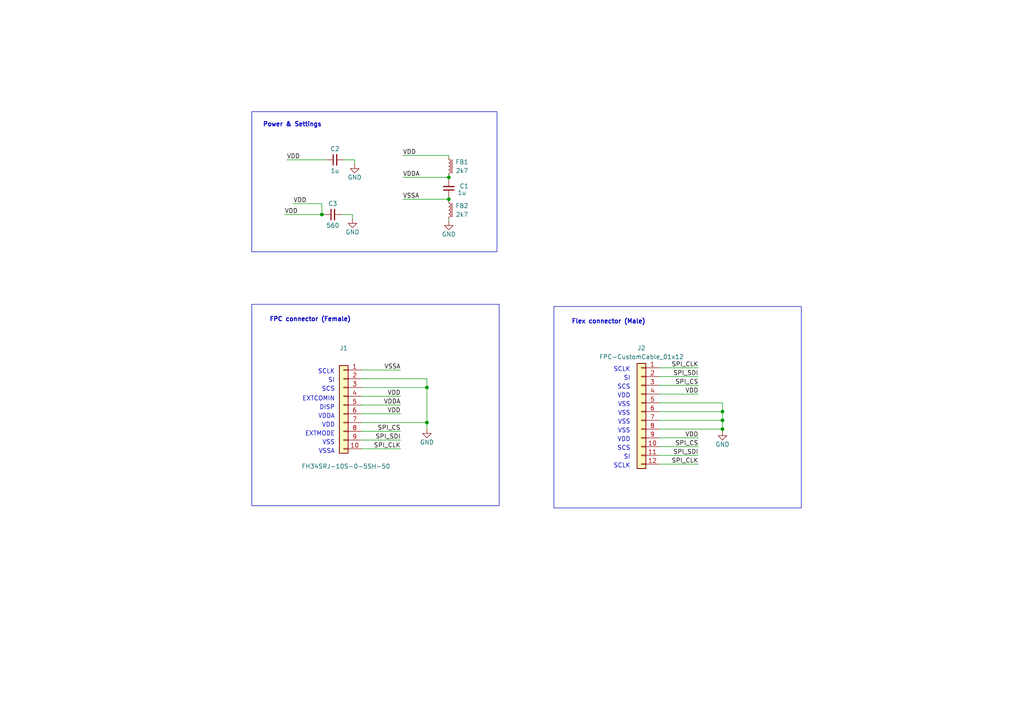
<source format=kicad_sch>
(kicad_sch (version 20231120) (generator "eeschema") (generator_version "8.0")
  (paper "A4")
  (title_block (title "LCD Daughterboard") (date "2024-05-02") (rev "A"))
  (lib_symbols
    (symbol "Device:C_Small" (pin_numbers hide) (pin_names (offset 0.254) hide)
      (property "Reference" "C" (at 0.254 1.778 0))
      (property "Value" "C_Small" (at 0.254 -2.032 0))
      (symbol "C_Small_0_1"
        (polyline (pts (xy -1.524 -0.508) (xy 1.524 -0.508)) (stroke (width 0.3302)))
        (polyline (pts (xy -1.524 0.508) (xy 1.524 0.508)) (stroke (width 0.3048)))
      )
      (symbol "C_Small_1_1"
        (pin passive line (at 0 2.54 270) (length 2.032) (name "~") (number "1"))
        (pin passive line (at 0 -2.54 90) (length 2.032) (name "~") (number "2"))
      )
    )
    (symbol "Device:L_Ferrite_Small" (pin_numbers hide) (pin_names (offset 0.254) hide)
      (property "Reference" "L" (at 1.27 1.016 0))
      (property "Value" "L_Ferrite_Small" (at 1.27 -1.27 0))
      (symbol "L_Ferrite_Small_0_1"
        (arc (start 0 -2.032) (mid 0.5058 -1.524) (end 0 -1.016))
        (arc (start 0 -1.016) (mid 0.5058 -0.508) (end 0 0))
        (polyline (pts (xy 0.762 -1.905) (xy 0.762 -1.651)))
        (polyline (pts (xy 0.762 -1.397) (xy 0.762 -1.143)))
        (polyline (pts (xy 0.762 -0.889) (xy 0.762 -0.635)))
        (polyline (pts (xy 0.762 -0.381) (xy 0.762 -0.127)))
        (polyline (pts (xy 0.762 0.127) (xy 0.762 0.381)))
        (polyline (pts (xy 0.762 0.635) (xy 0.762 0.889)))
        (polyline (pts (xy 0.762 1.143) (xy 0.762 1.397)))
        (polyline (pts (xy 0.762 1.651) (xy 0.762 1.905)))
        (polyline (pts (xy 1.016 -1.651) (xy 1.016 -1.905)))
        (polyline (pts (xy 1.016 -1.143) (xy 1.016 -1.397)))
        (polyline (pts (xy 1.016 -0.635) (xy 1.016 -0.889)))
        (polyline (pts (xy 1.016 -0.127) (xy 1.016 -0.381)))
        (polyline (pts (xy 1.016 0.381) (xy 1.016 0.127)))
        (polyline (pts (xy 1.016 0.889) (xy 1.016 0.635)))
        (polyline (pts (xy 1.016 1.397) (xy 1.016 1.143)))
        (polyline (pts (xy 1.016 1.905) (xy 1.016 1.651)))
        (arc (start 0 0) (mid 0.5058 0.508) (end 0 1.016))
        (arc (start 0 1.016) (mid 0.5058 1.524) (end 0 2.032))
      )
      (symbol "L_Ferrite_Small_1_1"
        (pin passive line (at 0 2.54 270) (length 0.508) (name "~") (number "1"))
        (pin passive line (at 0 -2.54 90) (length 0.508) (name "~") (number "2"))
      )
    )
    (symbol "Tundra_Connectors:Conn-FPC-CustomCable_01x12" (pin_names (offset 1.016) hide)
      (property "Reference" "J" (at 0 15.24 0))
      (property "Value" "FPC-CustomCable_01x12" (at 0 -17.78 0))
      (symbol "Conn-FPC-CustomCable_01x12_1_1"
        (rectangle (start -1.27 -16.51) (end 1.27 13.97) (stroke (width 0.254)) (fill (type background)))
        (rectangle (start 0 -15.367) (end 1.27 -15.113) (stroke (width 0.1524)))
        (rectangle (start 0 -12.827) (end 1.27 -12.573) (stroke (width 0.1524)))
        (rectangle (start 0 -10.287) (end 1.27 -10.033) (stroke (width 0.1524)))
        (rectangle (start 0 -7.747) (end 1.27 -7.493) (stroke (width 0.1524)))
        (rectangle (start 0 -5.207) (end 1.27 -4.953) (stroke (width 0.1524)))
        (rectangle (start 0 -2.667) (end 1.27 -2.413) (stroke (width 0.1524)))
        (rectangle (start 0 -0.127) (end 1.27 0.127) (stroke (width 0.1524)))
        (rectangle (start 0 2.413) (end 1.27 2.667) (stroke (width 0.1524)))
        (rectangle (start 0 4.953) (end 1.27 5.207) (stroke (width 0.1524)))
        (rectangle (start 0 7.493) (end 1.27 7.747) (stroke (width 0.1524)))
        (rectangle (start 0 10.033) (end 1.27 10.287) (stroke (width 0.1524)))
        (rectangle (start 0 12.573) (end 1.27 12.827) (stroke (width 0.1524)))
        (pin passive line (at 5.08 12.7 180) (length 3.81) (name "Pin_1") (number "1"))
        (pin passive line (at 5.08 -10.16 180) (length 3.81) (name "Pin_10") (number "10"))
        (pin passive line (at 5.08 -12.7 180) (length 3.81) (name "Pin_11") (number "11"))
        (pin passive line (at 5.08 -15.24 180) (length 3.81) (name "Pin_12") (number "12"))
        (pin passive line (at 5.08 10.16 180) (length 3.81) (name "Pin_2") (number "2"))
        (pin passive line (at 5.08 7.62 180) (length 3.81) (name "Pin_3") (number "3"))
        (pin passive line (at 5.08 5.08 180) (length 3.81) (name "Pin_4") (number "4"))
        (pin passive line (at 5.08 2.54 180) (length 3.81) (name "Pin_5") (number "5"))
        (pin passive line (at 5.08 0 180) (length 3.81) (name "Pin_6") (number "6"))
        (pin passive line (at 5.08 -2.54 180) (length 3.81) (name "Pin_7") (number "7"))
        (pin passive line (at 5.08 -5.08 180) (length 3.81) (name "Pin_8") (number "8"))
        (pin passive line (at 5.08 -7.62 180) (length 3.81) (name "Pin_9") (number "9"))
      )
    )
    (symbol "Tundra_Connectors:Conn-FPC_Hirose-FH34SRJ-10S-0-5SH-50" (pin_names (offset 1.016) hide)
      (property "Reference" "J" (at 0 12.7 0))
      (property "Value" "FH34SRJ-10S-0-5SH-50" (at 0 -16.51 0))
      (symbol "Conn-FPC_Hirose-FH34SRJ-10S-0-5SH-50_1_1"
        (rectangle (start -1.27 -13.97) (end 1.27 11.43) (stroke (width 0.254)) (fill (type background)))
        (rectangle (start 0 -12.827) (end 1.27 -12.573) (stroke (width 0.1524)))
        (rectangle (start 0 -10.287) (end 1.27 -10.033) (stroke (width 0.1524)))
        (rectangle (start 0 -7.747) (end 1.27 -7.493) (stroke (width 0.1524)))
        (rectangle (start 0 -5.207) (end 1.27 -4.953) (stroke (width 0.1524)))
        (rectangle (start 0 -2.667) (end 1.27 -2.413) (stroke (width 0.1524)))
        (rectangle (start 0 -0.127) (end 1.27 0.127) (stroke (width 0.1524)))
        (rectangle (start 0 2.413) (end 1.27 2.667) (stroke (width 0.1524)))
        (rectangle (start 0 4.953) (end 1.27 5.207) (stroke (width 0.1524)))
        (rectangle (start 0 7.493) (end 1.27 7.747) (stroke (width 0.1524)))
        (rectangle (start 0 10.033) (end 1.27 10.287) (stroke (width 0.1524)))
        (pin passive line (at 5.08 10.16 180) (length 3.81) (name "Pin_1") (number "1"))
        (pin passive line (at 5.08 -12.7 180) (length 3.81) (name "Pin_10") (number "10"))
        (pin passive line (at 5.08 7.62 180) (length 3.81) (name "Pin_2") (number "2"))
        (pin passive line (at 5.08 5.08 180) (length 3.81) (name "Pin_3") (number "3"))
        (pin passive line (at 5.08 2.54 180) (length 3.81) (name "Pin_4") (number "4"))
        (pin passive line (at 5.08 0 180) (length 3.81) (name "Pin_5") (number "5"))
        (pin passive line (at 5.08 -2.54 180) (length 3.81) (name "Pin_6") (number "6"))
        (pin passive line (at 5.08 -5.08 180) (length 3.81) (name "Pin_7") (number "7"))
        (pin passive line (at 5.08 -7.62 180) (length 3.81) (name "Pin_8") (number "8"))
        (pin passive line (at 5.08 -10.16 180) (length 3.81) (name "Pin_9") (number "9"))
      )
    )
    (symbol "power:GND" (power) (pin_numbers hide) (pin_names (offset 0) hide)
      (property "Value" "GND" (at 0 -3.81 0))
      (symbol "GND_0_1"
        (polyline (pts (xy 0 0) (xy 0 -1.27) (xy 1.27 -1.27) (xy 0 -2.54) (xy -1.27 -1.27) (xy 0 -1.27)))
      )
      (symbol "GND_1_1"
        (pin power_in line (at 0 0 270) (length 0) hide (name "GND") (number "1"))
      )
    )
  )
  (junction (at 130.175 51.435))
  (junction (at 93.345 62.23))
  (junction (at 209.55 124.46))
  (junction (at 123.825 112.395))
  (junction (at 123.825 122.555))
  (junction (at 209.55 121.92))
  (junction (at 130.175 57.785))
  (junction (at 209.55 119.38))
  (wire (pts (xy 130.175 63.5) (xy 130.175 64.135)))
  (wire (pts (xy 209.55 119.38) (xy 191.135 119.38)))
  (wire (pts (xy 93.345 62.23) (xy 93.98 62.23)))
  (wire (pts (xy 102.87 46.355) (xy 102.87 47.625)))
  (wire (pts (xy 202.565 106.68) (xy 191.135 106.68)))
  (wire (pts (xy 202.565 127) (xy 191.135 127)))
  (wire (pts (xy 209.55 121.92) (xy 209.55 124.46)))
  (wire (pts (xy 83.185 46.355) (xy 94.615 46.355)))
  (wire (pts (xy 85.09 59.055) (xy 93.345 59.055)))
  (wire (pts (xy 209.55 121.92) (xy 191.135 121.92)))
  (wire (pts (xy 130.175 51.435) (xy 130.175 50.8)))
  (wire (pts (xy 202.565 109.22) (xy 191.135 109.22)))
  (wire (pts (xy 202.565 129.54) (xy 191.135 129.54)))
  (wire (pts (xy 116.84 51.435) (xy 130.175 51.435)))
  (wire (pts (xy 202.565 132.08) (xy 191.135 132.08)))
  (wire (pts (xy 99.695 46.355) (xy 102.87 46.355)))
  (wire (pts (xy 209.55 116.84) (xy 209.55 119.38)))
  (wire (pts (xy 116.205 117.475) (xy 104.775 117.475)))
  (wire (pts (xy 123.825 112.395) (xy 123.825 109.855)))
  (wire (pts (xy 116.205 125.095) (xy 104.775 125.095)))
  (wire (pts (xy 104.775 112.395) (xy 123.825 112.395)))
  (wire (pts (xy 102.235 62.23) (xy 102.235 63.5)))
  (wire (pts (xy 104.775 109.855) (xy 123.825 109.855)))
  (wire (pts (xy 191.135 116.84) (xy 209.55 116.84)))
  (wire (pts (xy 191.135 124.46) (xy 209.55 124.46)))
  (wire (pts (xy 209.55 119.38) (xy 209.55 121.92)))
  (wire (pts (xy 116.84 57.785) (xy 130.175 57.785)))
  (wire (pts (xy 104.775 122.555) (xy 123.825 122.555)))
  (wire (pts (xy 123.825 122.555) (xy 123.825 124.46)))
  (wire (pts (xy 116.205 107.315) (xy 104.775 107.315)))
  (wire (pts (xy 116.205 130.175) (xy 104.775 130.175)))
  (wire (pts (xy 130.175 57.785) (xy 130.175 57.15)))
  (wire (pts (xy 116.205 127.635) (xy 104.775 127.635)))
  (wire (pts (xy 209.55 124.46) (xy 209.55 125.095)))
  (wire (pts (xy 130.175 57.785) (xy 130.175 58.42)))
  (wire (pts (xy 202.565 134.62) (xy 191.135 134.62)))
  (wire (pts (xy 82.55 62.23) (xy 93.345 62.23)))
  (wire (pts (xy 130.175 52.07) (xy 130.175 51.435)))
  (wire (pts (xy 123.825 122.555) (xy 123.825 112.395)))
  (wire (pts (xy 116.205 114.935) (xy 104.775 114.935)))
  (wire (pts (xy 202.565 111.76) (xy 191.135 111.76)))
  (wire (pts (xy 116.205 120.015) (xy 104.775 120.015)))
  (wire (pts (xy 116.84 45.085) (xy 130.175 45.085)))
  (wire (pts (xy 202.565 114.3) (xy 191.135 114.3)))
  (wire (pts (xy 130.175 45.72) (xy 130.175 45.085)))
  (wire (pts (xy 99.06 62.23) (xy 102.235 62.23)))
  (wire (pts (xy 93.345 59.055) (xy 93.345 62.23)))
  (rectangle (start 73.025 88.265) (end 144.78 146.685))
  (rectangle (start 160.655 88.9) (end 232.41 147.32))
  (rectangle (start 73.025 32.385) (end 144.145 73.025))
  (text "SCS" (at 182.88 130.81 0) (effects (font (size 1.27 1.27)) (justify right bottom)))
  (text "SI" (at 182.88 110.49 0) (effects (font (size 1.27 1.27)) (justify right bottom)))
  (text "VSS" (at 182.88 120.65 0) (effects (font (size 1.27 1.27)) (justify right bottom)))
  (text "Flex connector (Male)" (at 165.735 93.345 0) (effects (font (size 1.27 1.27) (thickness 0.254) (bold yes)) (justify left)))
  (text "SI" (at 182.88 133.35 0) (effects (font (size 1.27 1.27)) (justify right bottom)))
  (text "SCS" (at 182.88 113.03 0) (effects (font (size 1.27 1.27)) (justify right bottom)))
  (text "VSSA" (at 97.155 131.699 0) (effects (font (size 1.27 1.27)) (justify right bottom)))
  (text "SCLK" (at 97.155 108.585 0) (effects (font (size 1.27 1.27)) (justify right bottom)))
  (text "SI" (at 97.155 111.125 0) (effects (font (size 1.27 1.27)) (justify right bottom)))
  (text "SCS" (at 97.155 113.665 0) (effects (font (size 1.27 1.27)) (justify right bottom)))
  (text "VSS" (at 97.155 129.159 0) (effects (font (size 1.27 1.27)) (justify right bottom)))
  (text "VSS" (at 182.88 118.11 0) (effects (font (size 1.27 1.27)) (justify right bottom)))
  (text "EXTCOMIN" (at 97.155 116.459 0) (effects (font (size 1.27 1.27)) (justify right bottom)))
  (text "VDD" (at 182.88 115.57 0) (effects (font (size 1.27 1.27)) (justify right bottom)))
  (text "VSS" (at 182.88 125.73 0) (effects (font (size 1.27 1.27)) (justify right bottom)))
  (text "VSS" (at 182.88 123.19 0) (effects (font (size 1.27 1.27)) (justify right bottom)))
  (text "VDD" (at 182.88 128.27 0) (effects (font (size 1.27 1.27)) (justify right bottom)))
  (text "Power & Settings" (at 76.2 36.195 0) (effects (font (size 1.27 1.27) (thickness 0.254) (bold yes)) (justify left)))
  (text "EXTMODE" (at 97.155 126.619 0) (effects (font (size 1.27 1.27)) (justify right bottom)))
  (text "VDD" (at 97.155 124.079 0) (effects (font (size 1.27 1.27)) (justify right bottom)))
  (text "FPC connector (Female)" (at 78.105 92.71 0) (effects (font (size 1.27 1.27) (thickness 0.254) (bold yes)) (justify left)))
  (text "VDDA" (at 97.155 121.539 0) (effects (font (size 1.27 1.27)) (justify right bottom)))
  (text "SCLK" (at 182.88 135.89 0) (effects (font (size 1.27 1.27)) (justify right bottom)))
  (text "DISP" (at 97.155 118.999 0) (effects (font (size 1.27 1.27)) (justify right bottom)))
  (text "SCLK" (at 182.88 107.95 0) (effects (font (size 1.27 1.27)) (justify right bottom)))
  (label "VDD" (at 116.205 120.015 180))
  (label "SPI_SDI" (at 202.565 132.08 180))
  (label "VDDA" (at 116.205 117.475 180))
  (label "SPI_CS" (at 202.565 111.76 180))
  (label "SPI_CLK" (at 116.205 130.175 180))
  (label "SPI_SDI" (at 116.205 127.635 180))
  (label "SPI_CS" (at 116.205 125.095 180))
  (label "VDD" (at 83.185 46.355 0))
  (label "VDD" (at 82.55 62.23 0))
  (label "VDD" (at 116.205 114.935 180))
  (label "SPI_SDI" (at 202.565 109.22 180))
  (label "VSSA" (at 116.84 57.785 0))
  (label "SPI_CLK" (at 202.565 134.62 180))
  (label "VDD" (at 202.565 127 180))
  (label "VDDA" (at 116.84 51.435 0))
  (label "VDD" (at 85.09 59.055 0))
  (label "VDD" (at 202.565 114.3 180))
  (label "SPI_CS" (at 202.565 129.54 180))
  (label "VSSA" (at 116.205 107.315 180))
  (label "VDD" (at 116.84 45.085 0))
  (label "SPI_CLK" (at 202.565 106.68 180))
  (symbol (lib_id "Tundra_Connectors:Conn-FPC-CustomCable_01x12") (at 186.055 119.38 0) (unit 1)
    (property "Reference" "J2" (at 186.055 100.965 0))
    (property "Value" "FPC-CustomCable_01x12" (at 186.055 103.505 0))
    (property "Footprint" "Tundra_Connectors:Conn-FPC-CustomCable_01x12" (effects (hide yes)))
    (property "Description" "Flex PCB male connector slots, single row, 01x12" (effects (hide yes)))
  )
  (symbol (lib_id "Device:C_Small") (at 96.52 62.23 90) (unit 1)
    (property "Reference" "C3" (at 96.52 59.055 90))
    (property "Value" "560" (at 96.52 65.405 90))
    (property "Footprint" "Capacitor_SMD:C_0402_1005Metric" (effects (hide yes)))
    (property "Description" "Ceramic cap, 560pF, 25V, C0G 2%, EXT part" (effects (hide yes)))
    (property "Package" "0402" (effects (hide yes)))
    (property "Manufacturer" "Murata" (effects (hide yes)))
    (property "Part #" "GRM1555C1H561GA01D" (effects (hide yes)))
    (property "LCSC Part #" "C440169" (effects (hide yes)))
  )
  (symbol (lib_id "Tundra_Connectors:Conn-FPC_Hirose-FH34SRJ-10S-0-5SH-50") (at 99.695 117.475 0) (unit 1)
    (property "Reference" "J1" (at 99.695 100.965 0))
    (property "Value" "FH34SRJ-10S-0-5SH-50" (at 100.33 135.255 0))
    (property "Footprint" "Tundra_Connectors:Conn-FPC_Hirose-FH34SRJ-10S-0-5SH-50" (effects (hide yes)))
    (property "Description" "FFC/FPC, 10P P0.5mm, double-sided, RA, Female " (effects (hide yes)))
    (property "Package" "SMD, P=0.5mm" (effects (hide yes)))
    (property "Manufacturer" "Hirose" (effects (hide yes)))
    (property "Part #" "FH34SRJ-10S-0.5SH(50)" (effects (hide yes)))
    (property "LCSC Part #" "C324723" (effects (hide yes)))
  )
  (symbol (lib_id "power:GND") (at 209.55 125.095 0) (mirror y) (unit 1)
    (property "Reference" "#PWR05" (effects (hide yes)))
    (property "Value" "GND" (at 209.55 128.905 0))
  )
  (symbol (lib_id "power:GND") (at 102.87 47.625 0) (unit 1)
    (property "Reference" "#PWR02" (effects (hide yes)))
    (property "Value" "GND" (at 102.87 51.435 0))
  )
  (symbol (lib_id "Device:C_Small") (at 97.155 46.355 90) (unit 1)
    (property "Reference" "C2" (at 97.155 43.18 90))
    (property "Value" "1u" (at 97.155 49.53 90))
    (property "Footprint" "Capacitor_SMD:C_0402_1005Metric" (effects (hide yes)))
    (property "Description" "Ceramic cap, 1uF, 25V, X5R, 10%, BASIC part" (effects (hide yes)))
    (property "Package" "0402" (effects (hide yes)))
    (property "Manufacturer" "Samsung" (effects (hide yes)))
    (property "Part #" "CL05A105KA5NQNC" (effects (hide yes)))
    (property "LCSC Part #" "C52923" (effects (hide yes)))
  )
  (symbol (lib_id "power:GND") (at 123.825 124.46 0) (unit 1)
    (property "Reference" "#PWR04" (effects (hide yes)))
    (property "Value" "GND" (at 123.825 128.27 0))
  )
  (symbol (lib_id "power:GND") (at 130.175 64.135 0) (unit 1)
    (property "Reference" "#PWR01" (effects (hide yes)))
    (property "Value" "GND" (at 130.175 67.945 0))
  )
  (symbol (lib_id "Device:L_Ferrite_Small") (at 130.175 48.26 0) (unit 1)
    (property "Reference" "FB1" (at 133.985 46.99 0))
    (property "Value" "2k7" (at 133.985 49.53 0))
    (property "Footprint" "Inductor_SMD:L_0805_2012Metric" (effects (hide yes)))
    (property "Description" "800mΩ ±25% 2.7kΩ@100MHz 0402 Ferrite Bead" (effects (hide yes)))
    (property "Package" "0805" (effects (hide yes)))
    (property "Manufacturer" "Murata" (effects (hide yes)))
    (property "Part #" "BLM21BD272SH1L" (effects (hide yes)))
    (property "LCSC Part #" "C437409" (effects (hide yes)))
  )
  (symbol (lib_id "power:GND") (at 102.235 63.5 0) (unit 1)
    (property "Reference" "#PWR03" (effects (hide yes)))
    (property "Value" "GND" (at 102.235 67.31 0))
  )
  (symbol (lib_id "Device:C_Small") (at 130.175 54.61 180) (unit 1)
    (property "Reference" "C1" (at 134.62 53.975 0))
    (property "Value" "1u" (at 133.985 55.88 0))
    (property "Footprint" "Capacitor_SMD:C_0402_1005Metric" (effects (hide yes)))
    (property "Description" "Ceramic cap, 1uF, 25V, X5R, 10%, BASIC part" (effects (hide yes)))
    (property "Package" "0402" (effects (hide yes)))
    (property "Manufacturer" "Samsung" (effects (hide yes)))
    (property "Part #" "CL05A105KA5NQNC" (effects (hide yes)))
    (property "LCSC Part #" "C52923" (effects (hide yes)))
  )
  (symbol (lib_id "Device:L_Ferrite_Small") (at 130.175 60.96 0) (unit 1)
    (property "Reference" "FB2" (at 133.985 59.69 0))
    (property "Value" "2k7" (at 133.985 62.23 0))
    (property "Footprint" "Inductor_SMD:L_0805_2012Metric" (effects (hide yes)))
    (property "Description" "800mΩ ±25% 2.7kΩ@100MHz 0402 Ferrite Bead" (effects (hide yes)))
    (property "Package" "0805" (effects (hide yes)))
    (property "Manufacturer" "Murata" (effects (hide yes)))
    (property "Part #" "BLM21BD272SH1L" (effects (hide yes)))
    (property "LCSC Part #" "C437409" (effects (hide yes)))
  )
)
</source>
